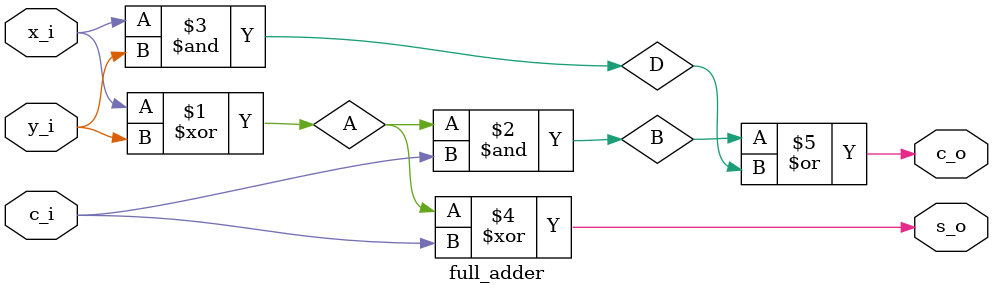
<source format=sv>

module full_adder (
  input logic x_i,
  input logic y_i,
  input logic c_i,
  output logic s_o,
  output logic c_o
);

// Declaraci ́on de se~nyales intermedias
// Aquitectura de un Full Adder

logic A;
logic B;
logic D;




assign #(100) A = x_i ^ y_i;
assign #(50) B = A & c_i;
assign #(50) D = x_i & y_i;
assign #(100) s_o = A ^ c_i;
assign #(100) c_o = B | D;


// 1) declaracion de variables
// 2) instanciacion del diseño bajo test
// 3) definicion de los diferentes test en forma de taask
// 4) ejecucion del banco de pruebas


// and = 50ps;
// or = 100ps;
// xor = 100ps;


endmodule

</source>
